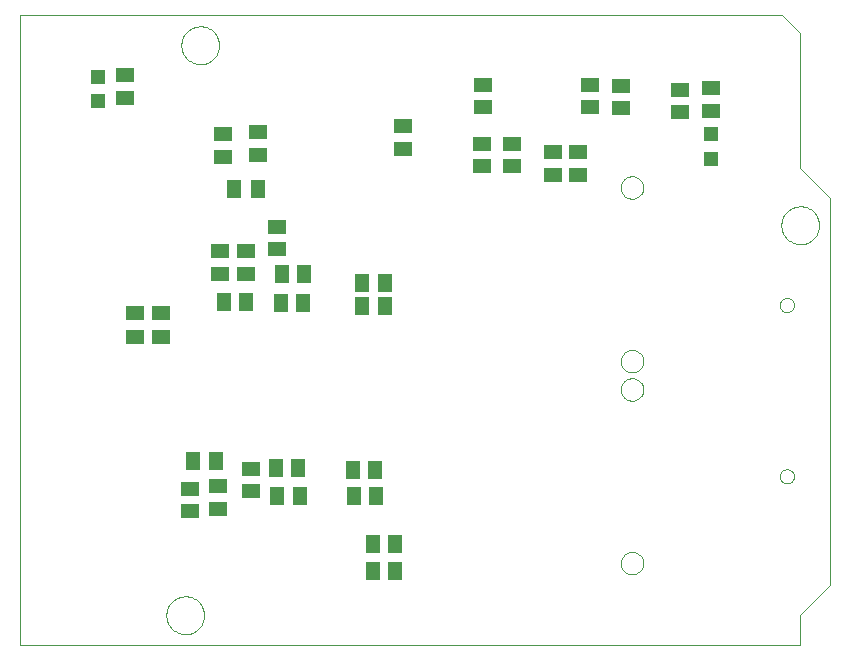
<source format=gtp>
G75*
%MOIN*%
%OFA0B0*%
%FSLAX24Y24*%
%IPPOS*%
%LPD*%
%AMOC8*
5,1,8,0,0,1.08239X$1,22.5*
%
%ADD10R,0.0591X0.0512*%
%ADD11R,0.0512X0.0591*%
%ADD12C,0.0000*%
%ADD13R,0.0630X0.0512*%
%ADD14R,0.0472X0.0472*%
%ADD15R,0.0512X0.0630*%
D10*
X008369Y004969D03*
X009275Y005047D03*
X009275Y005795D03*
X008369Y005717D03*
X010377Y005638D03*
X010377Y006386D03*
X010220Y012882D03*
X010220Y013630D03*
X009354Y013630D03*
X009354Y012882D03*
X011243Y013709D03*
X011243Y014457D03*
X010613Y016858D03*
X010613Y017606D03*
X006204Y018748D03*
X006204Y019496D03*
X015456Y017803D03*
X015456Y017055D03*
X018094Y017213D03*
X018094Y016465D03*
X019078Y016465D03*
X019078Y017213D03*
X020456Y016937D03*
X021283Y016937D03*
X021283Y016189D03*
X020456Y016189D03*
X021676Y018433D03*
X021676Y019181D03*
X022739Y019142D03*
X022739Y018394D03*
X024708Y018276D03*
X025731Y018315D03*
X025731Y019063D03*
X024708Y019024D03*
X018133Y019181D03*
X018133Y018433D03*
D11*
X012169Y012862D03*
X011420Y012862D03*
X011381Y011917D03*
X012129Y011917D03*
X010239Y011957D03*
X009491Y011957D03*
X014098Y011799D03*
X014846Y011799D03*
X014846Y012587D03*
X014098Y012587D03*
X009216Y006642D03*
X008468Y006642D03*
X011224Y006406D03*
X011972Y006406D03*
X012011Y005461D03*
X011263Y005461D03*
X013822Y005461D03*
X014570Y005461D03*
X014531Y006327D03*
X013783Y006327D03*
X014452Y003886D03*
X015200Y003886D03*
X015200Y002980D03*
X014452Y002980D03*
D12*
X002700Y000500D02*
X002700Y021500D01*
X028100Y021500D01*
X028700Y020900D01*
X028700Y016400D01*
X029700Y015400D01*
X029700Y002500D01*
X028700Y001500D01*
X028700Y000500D01*
X002700Y000500D01*
X007570Y001500D02*
X007572Y001550D01*
X007578Y001600D01*
X007588Y001649D01*
X007602Y001697D01*
X007619Y001744D01*
X007640Y001789D01*
X007665Y001833D01*
X007693Y001874D01*
X007725Y001913D01*
X007759Y001950D01*
X007796Y001984D01*
X007836Y002014D01*
X007878Y002041D01*
X007922Y002065D01*
X007968Y002086D01*
X008015Y002102D01*
X008063Y002115D01*
X008113Y002124D01*
X008162Y002129D01*
X008213Y002130D01*
X008263Y002127D01*
X008312Y002120D01*
X008361Y002109D01*
X008409Y002094D01*
X008455Y002076D01*
X008500Y002054D01*
X008543Y002028D01*
X008584Y001999D01*
X008623Y001967D01*
X008659Y001932D01*
X008691Y001894D01*
X008721Y001854D01*
X008748Y001811D01*
X008771Y001767D01*
X008790Y001721D01*
X008806Y001673D01*
X008818Y001624D01*
X008826Y001575D01*
X008830Y001525D01*
X008830Y001475D01*
X008826Y001425D01*
X008818Y001376D01*
X008806Y001327D01*
X008790Y001279D01*
X008771Y001233D01*
X008748Y001189D01*
X008721Y001146D01*
X008691Y001106D01*
X008659Y001068D01*
X008623Y001033D01*
X008584Y001001D01*
X008543Y000972D01*
X008500Y000946D01*
X008455Y000924D01*
X008409Y000906D01*
X008361Y000891D01*
X008312Y000880D01*
X008263Y000873D01*
X008213Y000870D01*
X008162Y000871D01*
X008113Y000876D01*
X008063Y000885D01*
X008015Y000898D01*
X007968Y000914D01*
X007922Y000935D01*
X007878Y000959D01*
X007836Y000986D01*
X007796Y001016D01*
X007759Y001050D01*
X007725Y001087D01*
X007693Y001126D01*
X007665Y001167D01*
X007640Y001211D01*
X007619Y001256D01*
X007602Y001303D01*
X007588Y001351D01*
X007578Y001400D01*
X007572Y001450D01*
X007570Y001500D01*
X022720Y003235D02*
X022722Y003273D01*
X022728Y003312D01*
X022738Y003349D01*
X022751Y003385D01*
X022769Y003419D01*
X022789Y003452D01*
X022813Y003482D01*
X022840Y003509D01*
X022870Y003534D01*
X022901Y003556D01*
X022935Y003574D01*
X022971Y003588D01*
X023008Y003599D01*
X023046Y003606D01*
X023084Y003609D01*
X023123Y003608D01*
X023161Y003603D01*
X023199Y003594D01*
X023235Y003581D01*
X023270Y003565D01*
X023303Y003545D01*
X023334Y003522D01*
X023362Y003496D01*
X023387Y003467D01*
X023410Y003436D01*
X023429Y003402D01*
X023444Y003367D01*
X023456Y003330D01*
X023464Y003293D01*
X023468Y003254D01*
X023468Y003216D01*
X023464Y003177D01*
X023456Y003140D01*
X023444Y003103D01*
X023429Y003068D01*
X023410Y003034D01*
X023387Y003003D01*
X023362Y002974D01*
X023334Y002948D01*
X023303Y002925D01*
X023270Y002905D01*
X023235Y002889D01*
X023199Y002876D01*
X023161Y002867D01*
X023123Y002862D01*
X023084Y002861D01*
X023046Y002864D01*
X023008Y002871D01*
X022971Y002882D01*
X022935Y002896D01*
X022901Y002914D01*
X022870Y002936D01*
X022840Y002961D01*
X022813Y002988D01*
X022789Y003018D01*
X022769Y003051D01*
X022751Y003085D01*
X022738Y003121D01*
X022728Y003158D01*
X022722Y003197D01*
X022720Y003235D01*
X028015Y006130D02*
X028017Y006160D01*
X028023Y006190D01*
X028032Y006219D01*
X028045Y006246D01*
X028062Y006271D01*
X028081Y006294D01*
X028104Y006315D01*
X028129Y006332D01*
X028155Y006346D01*
X028184Y006356D01*
X028213Y006363D01*
X028243Y006366D01*
X028274Y006365D01*
X028304Y006360D01*
X028333Y006351D01*
X028360Y006339D01*
X028386Y006324D01*
X028410Y006305D01*
X028431Y006283D01*
X028449Y006259D01*
X028464Y006232D01*
X028475Y006204D01*
X028483Y006175D01*
X028487Y006145D01*
X028487Y006115D01*
X028483Y006085D01*
X028475Y006056D01*
X028464Y006028D01*
X028449Y006001D01*
X028431Y005977D01*
X028410Y005955D01*
X028386Y005936D01*
X028360Y005921D01*
X028333Y005909D01*
X028304Y005900D01*
X028274Y005895D01*
X028243Y005894D01*
X028213Y005897D01*
X028184Y005904D01*
X028155Y005914D01*
X028129Y005928D01*
X028104Y005945D01*
X028081Y005966D01*
X028062Y005989D01*
X028045Y006014D01*
X028032Y006041D01*
X028023Y006070D01*
X028017Y006100D01*
X028015Y006130D01*
X022720Y009025D02*
X022722Y009063D01*
X022728Y009102D01*
X022738Y009139D01*
X022751Y009175D01*
X022769Y009209D01*
X022789Y009242D01*
X022813Y009272D01*
X022840Y009299D01*
X022870Y009324D01*
X022901Y009346D01*
X022935Y009364D01*
X022971Y009378D01*
X023008Y009389D01*
X023046Y009396D01*
X023084Y009399D01*
X023123Y009398D01*
X023161Y009393D01*
X023199Y009384D01*
X023235Y009371D01*
X023270Y009355D01*
X023303Y009335D01*
X023334Y009312D01*
X023362Y009286D01*
X023387Y009257D01*
X023410Y009226D01*
X023429Y009192D01*
X023444Y009157D01*
X023456Y009120D01*
X023464Y009083D01*
X023468Y009044D01*
X023468Y009006D01*
X023464Y008967D01*
X023456Y008930D01*
X023444Y008893D01*
X023429Y008858D01*
X023410Y008824D01*
X023387Y008793D01*
X023362Y008764D01*
X023334Y008738D01*
X023303Y008715D01*
X023270Y008695D01*
X023235Y008679D01*
X023199Y008666D01*
X023161Y008657D01*
X023123Y008652D01*
X023084Y008651D01*
X023046Y008654D01*
X023008Y008661D01*
X022971Y008672D01*
X022935Y008686D01*
X022901Y008704D01*
X022870Y008726D01*
X022840Y008751D01*
X022813Y008778D01*
X022789Y008808D01*
X022769Y008841D01*
X022751Y008875D01*
X022738Y008911D01*
X022728Y008948D01*
X022722Y008987D01*
X022720Y009025D01*
X022720Y009967D02*
X022722Y010005D01*
X022728Y010044D01*
X022738Y010081D01*
X022751Y010117D01*
X022769Y010151D01*
X022789Y010184D01*
X022813Y010214D01*
X022840Y010241D01*
X022870Y010266D01*
X022901Y010288D01*
X022935Y010306D01*
X022971Y010320D01*
X023008Y010331D01*
X023046Y010338D01*
X023084Y010341D01*
X023123Y010340D01*
X023161Y010335D01*
X023199Y010326D01*
X023235Y010313D01*
X023270Y010297D01*
X023303Y010277D01*
X023334Y010254D01*
X023362Y010228D01*
X023387Y010199D01*
X023410Y010168D01*
X023429Y010134D01*
X023444Y010099D01*
X023456Y010062D01*
X023464Y010025D01*
X023468Y009986D01*
X023468Y009948D01*
X023464Y009909D01*
X023456Y009872D01*
X023444Y009835D01*
X023429Y009800D01*
X023410Y009766D01*
X023387Y009735D01*
X023362Y009706D01*
X023334Y009680D01*
X023303Y009657D01*
X023270Y009637D01*
X023235Y009621D01*
X023199Y009608D01*
X023161Y009599D01*
X023123Y009594D01*
X023084Y009593D01*
X023046Y009596D01*
X023008Y009603D01*
X022971Y009614D01*
X022935Y009628D01*
X022901Y009646D01*
X022870Y009668D01*
X022840Y009693D01*
X022813Y009720D01*
X022789Y009750D01*
X022769Y009783D01*
X022751Y009817D01*
X022738Y009853D01*
X022728Y009890D01*
X022722Y009929D01*
X022720Y009967D01*
X028015Y011839D02*
X028017Y011869D01*
X028023Y011899D01*
X028032Y011928D01*
X028045Y011955D01*
X028062Y011980D01*
X028081Y012003D01*
X028104Y012024D01*
X028129Y012041D01*
X028155Y012055D01*
X028184Y012065D01*
X028213Y012072D01*
X028243Y012075D01*
X028274Y012074D01*
X028304Y012069D01*
X028333Y012060D01*
X028360Y012048D01*
X028386Y012033D01*
X028410Y012014D01*
X028431Y011992D01*
X028449Y011968D01*
X028464Y011941D01*
X028475Y011913D01*
X028483Y011884D01*
X028487Y011854D01*
X028487Y011824D01*
X028483Y011794D01*
X028475Y011765D01*
X028464Y011737D01*
X028449Y011710D01*
X028431Y011686D01*
X028410Y011664D01*
X028386Y011645D01*
X028360Y011630D01*
X028333Y011618D01*
X028304Y011609D01*
X028274Y011604D01*
X028243Y011603D01*
X028213Y011606D01*
X028184Y011613D01*
X028155Y011623D01*
X028129Y011637D01*
X028104Y011654D01*
X028081Y011675D01*
X028062Y011698D01*
X028045Y011723D01*
X028032Y011750D01*
X028023Y011779D01*
X028017Y011809D01*
X028015Y011839D01*
X028070Y014500D02*
X028072Y014550D01*
X028078Y014600D01*
X028088Y014649D01*
X028102Y014697D01*
X028119Y014744D01*
X028140Y014789D01*
X028165Y014833D01*
X028193Y014874D01*
X028225Y014913D01*
X028259Y014950D01*
X028296Y014984D01*
X028336Y015014D01*
X028378Y015041D01*
X028422Y015065D01*
X028468Y015086D01*
X028515Y015102D01*
X028563Y015115D01*
X028613Y015124D01*
X028662Y015129D01*
X028713Y015130D01*
X028763Y015127D01*
X028812Y015120D01*
X028861Y015109D01*
X028909Y015094D01*
X028955Y015076D01*
X029000Y015054D01*
X029043Y015028D01*
X029084Y014999D01*
X029123Y014967D01*
X029159Y014932D01*
X029191Y014894D01*
X029221Y014854D01*
X029248Y014811D01*
X029271Y014767D01*
X029290Y014721D01*
X029306Y014673D01*
X029318Y014624D01*
X029326Y014575D01*
X029330Y014525D01*
X029330Y014475D01*
X029326Y014425D01*
X029318Y014376D01*
X029306Y014327D01*
X029290Y014279D01*
X029271Y014233D01*
X029248Y014189D01*
X029221Y014146D01*
X029191Y014106D01*
X029159Y014068D01*
X029123Y014033D01*
X029084Y014001D01*
X029043Y013972D01*
X029000Y013946D01*
X028955Y013924D01*
X028909Y013906D01*
X028861Y013891D01*
X028812Y013880D01*
X028763Y013873D01*
X028713Y013870D01*
X028662Y013871D01*
X028613Y013876D01*
X028563Y013885D01*
X028515Y013898D01*
X028468Y013914D01*
X028422Y013935D01*
X028378Y013959D01*
X028336Y013986D01*
X028296Y014016D01*
X028259Y014050D01*
X028225Y014087D01*
X028193Y014126D01*
X028165Y014167D01*
X028140Y014211D01*
X028119Y014256D01*
X028102Y014303D01*
X028088Y014351D01*
X028078Y014400D01*
X028072Y014450D01*
X028070Y014500D01*
X022720Y015757D02*
X022722Y015795D01*
X022728Y015834D01*
X022738Y015871D01*
X022751Y015907D01*
X022769Y015941D01*
X022789Y015974D01*
X022813Y016004D01*
X022840Y016031D01*
X022870Y016056D01*
X022901Y016078D01*
X022935Y016096D01*
X022971Y016110D01*
X023008Y016121D01*
X023046Y016128D01*
X023084Y016131D01*
X023123Y016130D01*
X023161Y016125D01*
X023199Y016116D01*
X023235Y016103D01*
X023270Y016087D01*
X023303Y016067D01*
X023334Y016044D01*
X023362Y016018D01*
X023387Y015989D01*
X023410Y015958D01*
X023429Y015924D01*
X023444Y015889D01*
X023456Y015852D01*
X023464Y015815D01*
X023468Y015776D01*
X023468Y015738D01*
X023464Y015699D01*
X023456Y015662D01*
X023444Y015625D01*
X023429Y015590D01*
X023410Y015556D01*
X023387Y015525D01*
X023362Y015496D01*
X023334Y015470D01*
X023303Y015447D01*
X023270Y015427D01*
X023235Y015411D01*
X023199Y015398D01*
X023161Y015389D01*
X023123Y015384D01*
X023084Y015383D01*
X023046Y015386D01*
X023008Y015393D01*
X022971Y015404D01*
X022935Y015418D01*
X022901Y015436D01*
X022870Y015458D01*
X022840Y015483D01*
X022813Y015510D01*
X022789Y015540D01*
X022769Y015573D01*
X022751Y015607D01*
X022738Y015643D01*
X022728Y015680D01*
X022722Y015719D01*
X022720Y015757D01*
X008070Y020500D02*
X008072Y020550D01*
X008078Y020600D01*
X008088Y020649D01*
X008102Y020697D01*
X008119Y020744D01*
X008140Y020789D01*
X008165Y020833D01*
X008193Y020874D01*
X008225Y020913D01*
X008259Y020950D01*
X008296Y020984D01*
X008336Y021014D01*
X008378Y021041D01*
X008422Y021065D01*
X008468Y021086D01*
X008515Y021102D01*
X008563Y021115D01*
X008613Y021124D01*
X008662Y021129D01*
X008713Y021130D01*
X008763Y021127D01*
X008812Y021120D01*
X008861Y021109D01*
X008909Y021094D01*
X008955Y021076D01*
X009000Y021054D01*
X009043Y021028D01*
X009084Y020999D01*
X009123Y020967D01*
X009159Y020932D01*
X009191Y020894D01*
X009221Y020854D01*
X009248Y020811D01*
X009271Y020767D01*
X009290Y020721D01*
X009306Y020673D01*
X009318Y020624D01*
X009326Y020575D01*
X009330Y020525D01*
X009330Y020475D01*
X009326Y020425D01*
X009318Y020376D01*
X009306Y020327D01*
X009290Y020279D01*
X009271Y020233D01*
X009248Y020189D01*
X009221Y020146D01*
X009191Y020106D01*
X009159Y020068D01*
X009123Y020033D01*
X009084Y020001D01*
X009043Y019972D01*
X009000Y019946D01*
X008955Y019924D01*
X008909Y019906D01*
X008861Y019891D01*
X008812Y019880D01*
X008763Y019873D01*
X008713Y019870D01*
X008662Y019871D01*
X008613Y019876D01*
X008563Y019885D01*
X008515Y019898D01*
X008468Y019914D01*
X008422Y019935D01*
X008378Y019959D01*
X008336Y019986D01*
X008296Y020016D01*
X008259Y020050D01*
X008225Y020087D01*
X008193Y020126D01*
X008165Y020167D01*
X008140Y020211D01*
X008119Y020256D01*
X008102Y020303D01*
X008088Y020351D01*
X008078Y020400D01*
X008072Y020450D01*
X008070Y020500D01*
D13*
X009472Y017547D03*
X009472Y016760D03*
X007385Y011563D03*
X006519Y011563D03*
X006519Y010776D03*
X007385Y010776D03*
D14*
X005298Y018630D03*
X005298Y019457D03*
X025731Y017528D03*
X025731Y016701D03*
D15*
X010613Y015697D03*
X009826Y015697D03*
M02*

</source>
